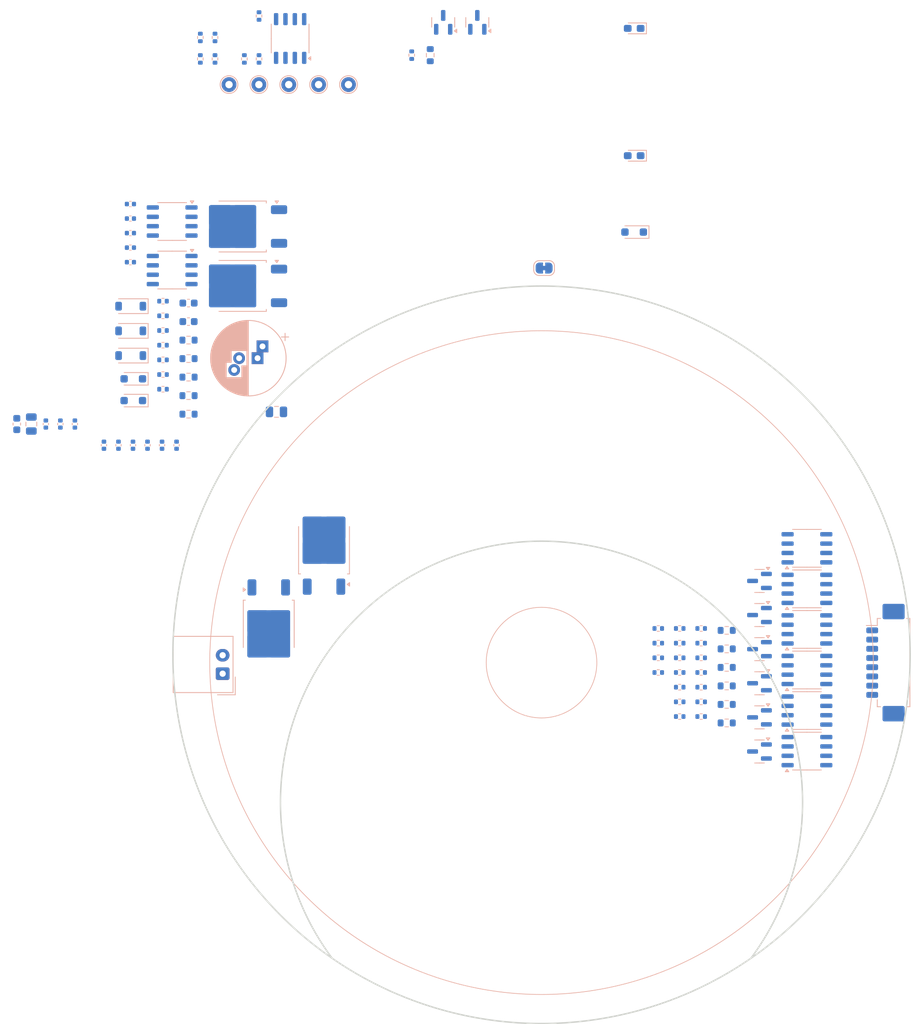
<source format=kicad_pcb>
(kicad_pcb (version 20221018) (generator pcbnew)
  (layers (0 "F.Cu" signal) (31 "B.Cu" signal) (34 "B.Paste" user) (35 "F.Paste" user) (36 "B.SilkS" user "B.Silkscreen") (37 "F.SilkS" user "F.Silkscreen") (38 "B.Mask" user) (39 "F.Mask" user) (44 "Edge.Cuts" user))
  (net 0 "")
  (net 1 "VDD")
  (net 2 "GND")
  (net 3 "+3.3V")
  (net 4 "GNDD")
  (net 5 "Net-(U11-BST)")
  (net 6 "Net-(U11-SW)")
  (net 7 "Net-(U10-VB)")
  (net 8 "Net-(D11-A)")
  (net 9 "+12V")
  (net 10 "Net-(D15-K)")
  (net 11 "+5V")
  (net 12 "VCC")
  (net 13 "/Power/S-S")
  (net 14 "Net-(Q11-G)")
  (net 15 "Net-(U9-Cdelay)")
  (net 16 "Net-(D1-A)")
  (net 17 "Net-(C33-Pad2)")
  (net 18 "Net-(C34-Pad2)")
  (net 19 "Net-(D6-A)")
  (net 20 "/Panel_PWRCtrl")
  (net 21 "/RS485/RS485_Panel0")
  (net 22 "/RS485/RS485_Panel1")
  (net 23 "/RS485/RS485_Panel2")
  (net 24 "/RS485/RS485_Panel3")
  (net 25 "/RS485/RS485_Panel4")
  (net 26 "/RS485/RS485_Panel5")
  (net 27 "+BATT")
  (net 28 "Net-(Q1-B)")
  (net 29 "Net-(Q1-C)")
  (net 30 "Net-(Q2-B)")
  (net 31 "Net-(Q2-C)")
  (net 32 "Net-(Q3-B)")
  (net 33 "Net-(Q3-C)")
  (net 34 "Net-(Q4-B)")
  (net 35 "Net-(Q4-C)")
  (net 36 "Net-(Q5-B)")
  (net 37 "Net-(Q5-C)")
  (net 38 "Net-(Q6-B)")
  (net 39 "Net-(Q6-C)")
  (net 42 "/DCDC_OUTCtrl")
  (net 43 "Net-(Q12-D)")
  (net 44 "Net-(U1-B)")
  (net 45 "Net-(U2-B)")
  (net 46 "Net-(U3-B)")
  (net 47 "/TangPrimerTXx_Panel0RX")
  (net 48 "/TangPrimerTXx_Panel2RX")
  (net 49 "/TangPrimerTXx_Panel4RX")
  (net 50 "Net-(U4-B)")
  (net 51 "Net-(U5-B)")
  (net 52 "Net-(U6-B)")
  (net 53 "/TangPrimerTXx_Panel1RX")
  (net 54 "/TangPrimerTXx_Panel3RX")
  (net 55 "/TangPrimerTXx_Panel5RX")
  (net 56 "/Power/PowerSW")
  (net 57 "Net-(U10-IN)")
  (net 58 "/Power/fb")
  (net 59 "/Power/V_Surv.")
  (net 60 "/TangPrimerRXx_Panel0TX")
  (net 61 "/TangPrimerRXx_Panel2TX")
  (net 62 "/TangPrimerRXx_Panel4TX")
  (net 63 "/TangPrimerRXx_Panel1TX")
  (net 64 "/TangPrimerRXx_Panel3TX")
  (net 65 "/TangPrimerRXx_Panel5TX")
  (net 69 "Net-(R58-Pad2)")
  (net 70 "Net-(R59-Pad2)")
  (net 72 "Net-(Q14-G)")
  (net 73 "Net-(Q13-G)")
  (footprint "Capacitor_SMD:C_0402_1005Metric" (layer "B.Cu") (at -55.76 -58.24 180)
    (fp_text reference "C28" hide)
    (fp_text value "0.1uF")
    (pad "1" smd roundrect (at -0.48 0 180) (size 0.56 0.62) (layers "B.Cu" "B.Paste" "B.Mask") (net 2 "GND"))
    (pad "2" smd roundrect (at 0.48 0 180) (size 0.56 0.62) (layers "B.Cu" "B.Paste" "B.Mask") (net 9 "+12V"))
  )
  (footprint "Resistor_SMD:R_0402_1005Metric" (layer "B.Cu") (at -44.285943 -81.856565 90)
    (fp_text reference "R29" hide)
    (fp_text value "10k")
    (pad "1" smd roundrect (at -0.51 0 90) (size 0.54 0.64) (layers "B.Cu" "B.Paste" "B.Mask") (net 56 "/Power/PowerSW"))
    (pad "2" smd roundrect (at 0.51 0 90) (size 0.54 0.64) (layers "B.Cu" "B.Paste" "B.Mask") (net 2 "GND"))
  )
  (footprint "Resistor_SMD:R_0402_1005Metric" (layer "B.Cu") (at -46.275943 -81.856565 90)
    (fp_text reference "R31" hide)
    (fp_text value "1k")
    (pad "1" smd roundrect (at -0.51 0 90) (size 0.54 0.64) (layers "B.Cu" "B.Paste" "B.Mask") (net 19 "Net-(D6-A)"))
    (pad "2" smd roundrect (at 0.51 0 90) (size 0.54 0.64) (layers "B.Cu" "B.Paste" "B.Mask") (net 11 "+5V"))
  )
  (footprint "Package_TO_SOT_SMD:SOT-23" (layer "B.Cu") (at -8.710943 -86.816566 90)
    (fp_text reference "Q7" hide)
    (fp_text value "2N7002")
    (pad "1" smd roundrect (at -0.9375 0.95 90) (size 1.475 0.6) (layers "B.Cu" "B.Paste" "B.Mask") (net 20 "/Panel_PWRCtrl"))
    (pad "2" smd roundrect (at -0.9375 -0.95 90) (size 1.475 0.6) (layers "B.Cu" "B.Paste" "B.Mask") (net 4 "GNDD"))
    (pad "3" smd roundrect (at 0.9375 0 90) (size 1.475 0.6) (layers "B.Cu" "B.Paste" "B.Mask") (net 42 "/DCDC_OUTCtrl"))
  )
  (footprint "Resistor_SMD:R_0402_1005Metric" (layer "B.Cu") (at -46.275944 -84.766566 90)
    (fp_text reference "R42" hide)
    (fp_text value "10k")
    (pad "1" smd roundrect (at -0.51 0 90) (size 0.54 0.64) (layers "B.Cu" "B.Paste" "B.Mask") (net 13 "/Power/S-S"))
    (pad "2" smd roundrect (at 0.51 0 90) (size 0.54 0.64) (layers "B.Cu" "B.Paste" "B.Mask") (net 2 "GND"))
  )
  (footprint "Capacitor_SMD:C_0402_1005Metric" (layer "B.Cu") (at -55.76 -60.21 180)
    (fp_text reference "C27" hide)
    (fp_text value "0.1uF")
    (pad "1" smd roundrect (at -0.48 0 180) (size 0.56 0.62) (layers "B.Cu" "B.Paste" "B.Mask") (net 7 "Net-(U10-VB)"))
    (pad "2" smd roundrect (at 0.48 0 180) (size 0.56 0.62) (layers "B.Cu" "B.Paste" "B.Mask") (net 8 "Net-(D11-A)"))
  )
  (footprint "Package_TO_SOT_SMD:SOT-23" (layer "B.Cu") (at 29.5625 7.424998 180)
    (fp_text reference "Q5" hide)
    (fp_text value "S8550")
    (pad "1" smd roundrect (at -0.9375 0.95 180) (size 1.475 0.6) (layers "B.Cu" "B.Paste" "B.Mask") (net 36 "Net-(Q5-B)"))
    (pad "2" smd roundrect (at -0.9375 -0.95 180) (size 1.475 0.6) (layers "B.Cu" "B.Paste" "B.Mask") (net 3 "+3.3V"))
    (pad "3" smd roundrect (at 0.9375 0 180) (size 1.475 0.6) (layers "B.Cu" "B.Paste" "B.Mask") (net 37 "Net-(Q5-C)"))
  )
  (footprint "Resistor_SMD:R_0402_1005Metric" (layer "B.Cu") (at 15.832501 -2.64 180)
    (fp_text reference "R22" hide)
    (fp_text value "2.2k")
    (pad "1" smd roundrect (at -0.51 0 180) (size 0.54 0.64) (layers "B.Cu" "B.Paste" "B.Mask") (net 50 "Net-(U4-B)"))
    (pad "2" smd roundrect (at 0.51 0 180) (size 0.54 0.64) (layers "B.Cu" "B.Paste" "B.Mask") (net 4 "GNDD"))
  )
  (footprint "Resistor_SMD:R_0603_1608Metric" (layer "B.Cu") (at -47.88 -43.73 180)
    (fp_text reference "R54" hide)
    (fp_text value "R_snub")
    (pad "1" smd roundrect (at -0.825 0 180) (size 0.8 0.95) (layers "B.Cu" "B.Paste" "B.Mask") (net 17 "Net-(C33-Pad2)"))
    (pad "2" smd roundrect (at 0.825 0 180) (size 0.8 0.95) (layers "B.Cu" "B.Paste" "B.Mask") (net 10 "Net-(D15-K)"))
  )
  (footprint "Capacitor_SMD:C_0402_1005Metric" (layer "B.Cu") (at -55.76 -54.3 180)
    (fp_text reference "C30" hide)
    (fp_text value "1uF")
    (pad "1" smd roundrect (at -0.48 0 180) (size 0.56 0.62) (layers "B.Cu" "B.Paste" "B.Mask") (net 9 "+12V"))
    (pad "2" smd roundrect (at 0.48 0 180) (size 0.56 0.62) (layers "B.Cu" "B.Paste" "B.Mask") (net 2 "GND"))
  )
  (footprint "Resistor_SMD:R_0402_1005Metric" (layer "B.Cu") (at 15.832501 -0.650001 180)
    (fp_text reference "R23" hide)
    (fp_text value "2.2k")
    (pad "1" smd roundrect (at -0.51 0 180) (size 0.54 0.64) (layers "B.Cu" "B.Paste" "B.Mask") (net 51 "Net-(U5-B)"))
    (pad "2" smd roundrect (at 0.51 0 180) (size 0.54 0.64) (layers "B.Cu" "B.Paste" "B.Mask") (net 4 "GNDD"))
  )
  (footprint "Resistor_SMD:R_0402_1005Metric" (layer "B.Cu") (at 21.652501 -4.63 180)
    (fp_text reference "R1" hide)
    (fp_text value "2.2k")
    (pad "1" smd roundrect (at -0.51 0 180) (size 0.54 0.64) (layers "B.Cu" "B.Paste" "B.Mask") (net 3 "+3.3V"))
    (pad "2" smd roundrect (at 0.51 0 180) (size 0.54 0.64) (layers "B.Cu" "B.Paste" "B.Mask") (net 44 "Net-(U1-B)"))
  )
  (footprint "Diode_SMD:D_SOD-123" (layer "B.Cu") (at -55.715 -41.63 180)
    (fp_text reference "D14" hide)
    (fp_text value "SS2040FL")
    (pad "1" smd roundrect (at -1.65 0 180) (size 0.9 1.2) (layers "B.Cu" "B.Paste" "B.Mask") (net 12 "VCC"))
    (pad "2" smd roundrect (at 1.65 0 180) (size 0.9 1.2) (layers "B.Cu" "B.Paste" "B.Mask") (net 1 "VDD"))
  )
  (footprint "Capacitor_SMD:C_0603_1608Metric" (layer "B.Cu") (at -71.17 -32.349999 90)
    (fp_text reference "C25" hide)
    (fp_text value "4700pF")
    (pad "1" smd roundrect (at -0.775 0 90) (size 0.9 0.95) (layers "B.Cu" "B.Paste" "B.Mask") (net 2 "GND"))
    (pad "2" smd roundrect (at 0.775 0 90) (size 0.9 0.95) (layers "B.Cu" "B.Paste" "B.Mask") (net 15 "Net-(U9-Cdelay)"))
  )
  (footprint "TestPoint:TestPoint_THTPad_D2.0mm_Drill1.0mm" (layer "B.Cu") (at -42.385944 -78.376565 90)
    (fp_text reference "TP5" hide)
    (fp_text value "TestPoint")
    (pad "1" thru_hole circle (at 0 0 90) (size 2 2) (drill 1) (layers "*.Cu" "*.Mask") (net 2 "GND"))
  )
  (footprint "Resistor_SMD:R_0402_1005Metric" (layer "B.Cu") (at 15.832501 -4.629999 180)
    (fp_text reference "R21" hide)
    (fp_text value "20k")
    (pad "1" smd roundrect (at -0.51 0 180) (size 0.54 0.64) (layers "B.Cu" "B.Paste" "B.Mask") (net 39 "Net-(Q6-C)"))
    (pad "2" smd roundrect (at 0.51 0 180) (size 0.54 0.64) (layers "B.Cu" "B.Paste" "B.Mask") (net 4 "GNDD"))
  )
  (footprint "Capacitor_THT:CP_Radial_D10.0mm_P2.50mm_P5.00mm" (layer "B.Cu") (at -38.514646 -41.28 180)
    (fp_text reference "C32" hide)
    (fp_text value "330uF")
    (pad "1" thru_hole rect (at -0.670937 1.6 180) (size 1.6 1.6) (drill 0.8) (layers "*.Cu" "*.Mask") (net 10 "Net-(D15-K)"))
    (pad "1" thru_hole rect (at 0 0 180) (size 1.6 1.6) (drill 0.8) (layers "*.Cu" "*.Mask") (net 10 "Net-(D15-K)"))
    (pad "2" thru_hole circle (at 2.5 0 180) (size 1.6 1.6) (drill 0.8) (layers "*.Cu" "*.Mask") (net 2 "GND"))
    (pad "2" thru_hole circle (at 3.170937 -1.6 180) (size 1.6 1.6) (drill 0.8) (layers "*.Cu" "*.Mask") (net 2 "GND"))
  )
  (footprint "Resistor_SMD:R_0603_1608Metric" (layer "B.Cu") (at 25.112501 8.179999 180)
    (fp_text reference "R18" hide)
    (fp_text value "7.5k")
    (pad "1" smd roundrect (at -0.825 0 180) (size 0.8 0.95) (layers "B.Cu" "B.Paste" "B.Mask") (net 38 "Net-(Q6-B)"))
    (pad "2" smd roundrect (at 0.825 0 180) (size 0.8 0.95) (layers "B.Cu" "B.Paste" "B.Mask") (net 55 "/TangPrimerTXx_Panel5RX"))
  )
  (footprint "Resistor_SMD:R_0603_1608Metric" (layer "B.Cu") (at -15.095944 -82.366567 90)
    (fp_text reference "R43" hide)
    (fp_text value "R_snub")
    (pad "1" smd roundrect (at -0.825 0 90) (size 0.8 0.95) (layers "B.Cu" "B.Paste" "B.Mask") (net 18 "Net-(C34-Pad2)"))
    (pad "2" smd roundrect (at 0.825 0 90) (size 0.8 0.95) (layers "B.Cu" "B.Paste" "B.Mask") (net 1 "VDD"))
  )
  (footprint "Package_TO_SOT_SMD:SOT-23" (layer "B.Cu") (at 29.5625 -11.075001 180)
    (fp_text reference "Q1" hide)
    (fp_text value "S8550")
    (pad "1" smd roundrect (at -0.9375 0.95 180) (size 1.475 0.6) (layers "B.Cu" "B.Paste" "B.Mask") (net 28 "Net-(Q1-B)"))
    (pad "2" smd roundrect (at -0.9375 -0.95 180) (size 1.475 0.6) (layers "B.Cu" "B.Paste" "B.Mask") (net 3 "+3.3V"))
    (pad "3" smd roundrect (at 0.9375 0 180) (size 1.475 0.6) (layers "B.Cu" "B.Paste" "B.Mask") (net 29 "Net-(Q1-C)"))
  )
  (footprint "Package_TO_SOT_SMD:TO-252-2" (layer "B.Cu") (at -40.64 -59.135 180)
    (fp_text reference "Q15" hide)
    (fp_text value "MTP4835I3")
    (pad "1" smd roundrect (at -5.04 2.28 180) (size 2.2 1.2) (layers "B.Cu" "B.Paste" "B.Mask") (roundrect_rratio 0.208333) (net 42 "/DCDC_OUTCtrl"))
    (pad "2" smd roundrect (at -0.415 -1.525 180) (size 3.05 2.75) (layers "B.Cu" "B.Paste") (roundrect_rratio 0.090909) (net 11 "+5V"))
    (pad "2" smd roundrect (at -0.415 1.525 180) (size 3.05 2.75) (layers "B.Cu" "B.Paste") (roundrect_rratio 0.090909) (net 11 "+5V"))
    (pad "2" smd roundrect (at 1.26 0 180) (size 6.4 5.8) (layers "B.Cu" "B.Mask") (roundrect_rratio 0.043103) (net 11 "+5V"))
    (pad "2" smd roundrect (at 2.935 -1.525 180) (size 3.05 2.75) (layers "B.Cu" "B.Paste") (roundrect_rratio 0.090909) (net 11 "+5V"))
    (pad "2" smd roundrect (at 2.935 1.525 180) (size 3.05 2.75) (layers "B.Cu" "B.Paste") (roundrect_rratio 0.090909) (net 11 "+5V"))
    (pad "3" smd roundrect (at -5.04 -2.28 180) (size 2.2 1.2) (layers "B.Cu" "B.Paste" "B.Mask") (roundrect_rratio 0.208333) (net 10 "Net-(D15-K)"))
  )
  (footprint "Package_SO:SOP-8_3.9x4.9mm_P1.27mm" (layer "B.Cu") (at 36 6.5)
    (fp_text reference "U5" hide)
    (fp_text value "MAX3485")
    (pad "1" smd roundrect (at -2.625 1.905) (size 1.65 0.6) (layers "B.Cu" "B.Paste" "B.Mask") (net 64 "/TangPrimerRXx_Panel3TX"))
    (pad "2" smd roundrect (at -2.625 0.635) (size 1.65 0.6) (layers "B.Cu" "B.Paste" "B.Mask") (net 37 "Net-(Q5-C)"))
    (pad "3" smd roundrect (at -2.625 -0.635) (size 1.65 0.6) (layers "B.Cu" "B.Paste" "B.Mask") (net 37 "Net-(Q5-C)"))
    (pad "4" smd roundrect (at -2.625 -1.905) (size 1.65 0.6) (layers "B.Cu" "B.Paste" "B.Mask") (net 54 "/TangPrimerTXx_Panel3RX"))
    (pad "5" smd roundrect (at 2.625 -1.905) (size 1.65 0.6) (layers "B.Cu" "B.Paste" "B.Mask") (net 4 "GNDD"))
    (pad "6" smd roundrect (at 2.625 -0.635) (size 1.65 0.6) (layers "B.Cu" "B.Paste" "B.Mask") (net 24 "/RS485/RS485_Panel3"))
    (pad "7" smd roundrect (at 2.625 0.635) (size 1.65 0.6) (layers "B.Cu" "B.Paste" "B.Mask") (net 51 "Net-(U5-B)"))
    (pad "8" smd roundrect (at 2.625 1.905) (size 1.65 0.6) (layers "B.Cu" "B.Paste" "B.Mask") (net 3 "+3.3V"))
  )
  (footprint "Connector_Molex:Molex_SPOX_5268-02A_1x02_P2.50mm_Horizontal" (layer "B.Cu") (at -43.25 1.5 90)
    (fp_text reference "J2" hide)
    (fp_text value "Conn_01x02_Male")
    (pad "1" thru_hole roundrect (at 0 0 90) (size 1.7 1.85) (drill 0.85) (layers "*.Cu" "*.Mask") (roundrect_rratio 0.147059) (net 2 "GND"))
    (pad "2" thru_hole oval (at 2.5 0 90) (size 1.7 1.85) (drill 0.85) (layers "*.Cu" "*.Mask") (net 27 "+BATT"))
  )
  (footprint "Resistor_SMD:R_0402_1005Metric" (layer "B.Cu") (at 15.832501 1.34 180)
    (fp_text reference "R24" hide)
    (fp_text value "2.2k")
    (pad "1" smd roundrect (at -0.51 0 180) (size 0.54 0.64) (layers "B.Cu" "B.Paste" "B.Mask") (net 52 "Net-(U6-B)"))
    (pad "2" smd roundrect (at 0.51 0 180) (size 0.54 0.64) (layers "B.Cu" "B.Paste" "B.Mask") (net 4 "GNDD"))
  )
  (footprint "Resistor_SMD:R_0402_1005Metric" (layer "B.Cu") (at -51.34 -37.07 180)
    (fp_text reference "R59" hide)
    (fp_text value "10k")
    (pad "1" smd roundrect (at -0.51 0 180) (size 0.54 0.64) (layers "B.Cu" "B.Paste" "B.Mask") (net 69 "Net-(R58-Pad2)"))
    (pad "2" smd roundrect (at 0.51 0 180) (size 0.54 0.64) (layers "B.Cu" "B.Paste" "B.Mask") (net 70 "Net-(R59-Pad2)"))
  )
  (footprint "LED_SMD:LED_0603_1608Metric_Pad1.05x0.95mm_HandSolder" (layer "B.Cu") (at 12.564056 -68.735567 180)
    (fp_text reference "D6" hide)
    (fp_text value "Green")
    (pad "1" smd roundrect (at -0.875 0 180) (size 1.05 0.95) (layers "B.Cu" "B.Paste" "B.Mask") (net 2 "GND"))
    (pad "2" smd roundrect (at 0.875 0 180) (size 1.05 0.95) (layers "B.Cu" "B.Paste" "B.Mask") (net 19 "Net-(D6-A)"))
  )
  (footprint "Resistor_SMD:R_0402_1005Metric" (layer "B.Cu") (at 18.742501 1.34 180)
    (fp_text reference "R14" hide)
    (fp_text value "2.2k")
    (pad "1" smd roundrect (at -0.51 0 180) (size 0.54 0.64) (layers "B.Cu" "B.Paste" "B.Mask") (net 3 "+3.3V"))
    (pad "2" smd roundrect (at 0.51 0 180) (size 0.54 0.64) (layers "B.Cu" "B.Paste" "B.Mask") (net 51 "Net-(U5-B)"))
  )
  (footprint "Package_TO_SOT_SMD:TO-252-2" (layer "B.Cu") (at -36.9975 -5.16 -90)
    (fp_text reference "Q10" hide)
    (fp_text value "MTP4835I3")
    (pad "1" smd roundrect (at -5.04 2.28 270) (size 2.2 1.2) (layers "B.Cu" "B.Paste" "B.Mask") (roundrect_rratio 0.208333) (net 2 "GND"))
    (pad "2" smd roundrect (at -0.415 -1.525 270) (size 3.05 2.75) (layers "B.Cu" "B.Paste") (roundrect_rratio 0.090909) (net 27 "+BATT"))
    (pad "2" smd roundrect (at -0.415 1.525 270) (size 3.05 2.75) (layers "B.Cu" "B.Paste") (roundrect_rratio 0.090909) (net 27 "+BATT"))
    (pad "2" smd roundrect (at 1.26 0 270) (size 6.4 5.8) (layers "B.Cu" "B.Mask") (roundrect_rratio 0.043103) (net 27 "+BATT"))
    (pad "2" smd roundrect (at 2.935 -1.525 270) (size 3.05 2.75) (layers "B.Cu" "B.Paste") (roundrect_rratio 0.090909) (net 27 "+BATT"))
    (pad "2" smd roundrect (at 2.935 1.525 270) (size 3.05 2.75) (layers "B.Cu" "B.Paste") (roundrect_rratio 0.090909) (net 27 "+BATT"))
    (pad "3" smd roundrect (at -5.04 -2.28 270) (size 2.2 1.2) (layers "B.Cu" "B.Paste" "B.Mask") (roundrect_rratio 0.208333) (net 13 "/Power/S-S"))
  )
  (footprint "Resistor_SMD:R_0402_1005Metric" (layer "B.Cu") (at -51.34 -45.03 180)
    (fp_text reference "R51" hide)
    (fp_text value "1k")
    (pad "1" smd roundrect (at -0.51 0 180) (size 0.54 0.64) (layers "B.Cu" "B.Paste" "B.Mask") (net 1 "VDD"))
    (pad "2" smd roundrect (at 0.51 0 180) (size 0.54 0.64) (layers "B.Cu" "B.Paste" "B.Mask") (net 2 "GND"))
  )
  (footprint "Capacitor_SMD:C_0402_1005Metric" (layer "B.Cu") (at -65.260001 -32.349999 90)
    (fp_text reference "C22" hide)
    (fp_text value "0.1uF")
    (pad "1" smd roundrect (at -0.48 0 90) (size 0.56 0.62) (layers "B.Cu" "B.Paste" "B.Mask") (net 2 "GND"))
    (pad "2" smd roundrect (at 0.48 0 90) (size 0.56 0.62) (layers "B.Cu" "B.Paste" "B.Mask") (net 1 "VDD"))
  )
  (footprint "TestPoint:TestPoint_THTPad_D2.0mm_Drill1.0mm" (layer "B.Cu") (at -30.235944 -78.376565 90)
    (fp_text reference "TP2" hide)
    (fp_text value "TestPoint")
    (pad "1" thru_hole circle (at 0 0 90) (size 2 2) (drill 1) (layers "*.Cu" "*.Mask") (net 11 "+5V"))
  )
  (footprint "TestPoint:TestPoint_THTPad_D2.0mm_Drill1.0mm" (layer "B.Cu") (at -34.285944 -78.376565 90)
    (fp_text reference "TP3" hide)
    (fp_text value "TestPoint")
    (pad "1" thru_hole circle (at 0 0 90) (size 2 2) (drill 1) (layers "*.Cu" "*.Mask") (net 12 "VCC"))
  )
  (footprint "Package_TO_SOT_SMD:SOT-23" (layer "B.Cu") (at -13.335943 -86.816566 90)
    (fp_text reference "Q12" hide)
    (fp_text value "2N7002")
    (pad "1" smd roundrect (at -0.9375 0.95 90) (size 1.475 0.6) (layers "B.Cu" "B.Paste" "B.Mask") (net 56 "/Power/PowerSW"))
    (pad "2" smd roundrect (at -0.9375 -0.95 90) (size 1.475 0.6) (layers "B.Cu" "B.Paste" "B.Mask") (net 2 "GND"))
    (pad "3" smd roundrect (at 0.9375 0 90) (size 1.475 0.6) (layers "B.Cu" "B.Paste" "B.Mask") (net 43 "Net-(Q12-D)"))
  )
  (footprint "Resistor_SMD:R_0402_1005Metric" (layer "B.Cu") (at -51.34 -39.06 180)
    (fp_text reference "R55" hide)
    (fp_text value "5.1k")
    (pad "1" smd roundrect (at -0.51 0 180) (size 0.54 0.64) (layers "B.Cu" "B.Paste" "B.Mask") (net 10 "Net-(D15-K)"))
    (pad "2" smd roundrect (at 0.51 0 180) (size 0.54 0.64) (layers "B.Cu" "B.Paste" "B.Mask") (net 42 "/DCDC_OUTCtrl"))
  )
  (footprint "Connector_Molex:Molex_PicoBlade_53261-0871_1x08-1MP_P1.25mm_Horizontal" (layer "B.Cu") (at 47.25 0 -90)
    (fp_text reference "J1" hide)
    (fp_text value "Conn_01x08_MountingPin")
    (pad "1" smd roundrect (at -4.375 2.4 270) (size 0.8 1.6) (layers "B.Cu" "B.Paste" "B.Mask") (net 4 "GNDD"))
    (pad "2" smd roundrect (at -3.125 2.4 270) (size 0.8 1.6) (layers "B.Cu" "B.Paste" "B.Mask") (net 21 "/RS485/RS485_Panel0"))
    (pad "3" smd roundrect (at -1.875 2.4 270) (size 0.8 1.6) (layers "B.Cu" "B.Paste" "B.Mask") (net 22 "/RS485/RS485_Panel1"))
    (pad "4" smd roundrect (at -0.625 2.4 270) (size 0.8 1.6) (layers "B.Cu" "B.Paste" "B.Mask") (net 23 "/RS485/RS485_Panel2"))
    (pad "5" smd roundrect (at 0.625 2.4 270) (size 0.8 1.6) (layers "B.Cu" "B.Paste" "B.Mask") (net 24 "/RS485/RS485_Panel3"))
    (pad "6" smd roundrect (at 1.875 2.4 270) (size 0.8 1.6) (layers "B.Cu" "B.Paste" "B.Mask") (net 25 "/RS485/RS485_Panel4"))
    (pad "7" smd roundrect (at 3.125 2.4 270) (size 0.8 1.6) (layers "B.Cu" "B.Paste" "B.Mask") (net 26 "/RS485/RS485_Panel5"))
    (pad "8" smd roundrect (at 4.375 2.4 270) (size 0.8 1.6) (layers "B.Cu" "B.Paste" "B.Mask") (net 20 "/Panel_PWRCtrl"))
    (pad "MP" smd roundrect (at -6.925 -0.5 270) (size 2.1 3) (layers "B.Cu" "B.Paste" "B.Mask") (roundrect_rratio 0.119048) (net 4 "GNDD"))
    (pad "MP" smd roundrect (at 6.925 -0.5 270) (size 2.1 3) (layers "B.Cu" "B.Paste" "B.Mask") (roundrect_rratio 0.119048) (net 4 "GNDD"))
  )
  (footprint "Resistor_SMD:R_0402_1005Metric" (layer "B.Cu") (at 18.742501 3.329999 180)
    (fp_text reference "R15" hide)
    (fp_text value "2.2k")
    (pad "1" smd roundrect (at -0.51 0 180) (size 0.54 0.64) (layers "B.Cu" "B.Paste" "B.Mask") (net 3 "+3.3V"))
    (pad "2" smd roundrect (at 0.51 0 180) (size 0.54 0.64) (layers "B.Cu" "B.Paste" "B.Mask") (net 52 "Net-(U6-B)"))
  )
  (footprint "Diode_SMD:D_SOD-323_HandSoldering" (layer "B.Cu") (at -55.365 -38.48 180)
    (fp_text reference "D13" hide)
    (fp_text value "1N5819WS")
    (pad "1" smd roundrect (at -1.25 0 180) (size 1 1) (layers "B.Cu" "B.Paste" "B.Mask") (net 12 "VCC"))
    (pad "2" smd roundrect (at 1.25 0 180) (size 1 1) (layers "B.Cu" "B.Paste" "B.Mask") (net 9 "+12V"))
  )
  (footprint "Resistor_SMD:R_0603_1608Metric" (layer "B.Cu") (at 25.112501 5.669999 180)
    (fp_text reference "R17" hide)
    (fp_text value "7.5k")
    (pad "1" smd roundrect (at -0.825 0 180) (size 0.8 0.95) (layers "B.Cu" "B.Paste" "B.Mask") (net 36 "Net-(Q5-B)"))
    (pad "2" smd roundrect (at 0.825 0 180) (size 0.8 0.95) (layers "B.Cu" "B.Paste" "B.Mask") (net 54 "/TangPrimerTXx_Panel3RX"))
  )
  (footprint "Capacitor_SMD:C_0402_1005Metric" (layer "B.Cu") (at -67.23 -32.349999 90)
    (fp_text reference "C23" hide)
    (fp_text value "0.1uF")
    (pad "1" smd roundrect (at -0.48 0 90) (size 0.56 0.62) (layers "B.Cu" "B.Paste" "B.Mask") (net 2 "GND"))
    (pad "2" smd roundrect (at 0.48 0 90) (size 0.56 0.62) (layers "B.Cu" "B.Paste" "B.Mask") (net 1 "VDD"))
  )
  (footprint "Package_SO:SOP-8_3.9x4.9mm_P1.27mm" (layer "B.Cu") (at 36 12)
    (fp_text reference "U6" hide)
    (fp_text value "MAX3485")
    (pad "1" smd roundrect (at -2.625 1.905) (size 1.65 0.6) (layers "B.Cu" "B.Paste" "B.Mask") (net 65 "/TangPrimerRXx_Panel5TX"))
    (pad "2" smd roundrect (at -2.625 0.635) (size 1.65 0.6) (layers "B.Cu" "B.Paste" "B.Mask") (net 39 "Net-(Q6-C)"))
    (pad "3" smd roundrect (at -2.625 -0.635) (size 1.65 0.6) (layers "B.Cu" "B.Paste" "B.Mask") (net 39 "Net-(Q6-C)"))
    (pad "4" smd roundrect (at -2.625 -1.905) (size 1.65 0.6) (layers "B.Cu" "B.Paste" "B.Mask") (net 55 "/TangPrimerTXx_Panel5RX"))
    (pad "5" smd roundrect (at 2.625 -1.905) (size 1.65 0.6) (layers "B.Cu" "B.Paste" "B.Mask") (net 4 "GNDD"))
    (pad "6" smd roundrect (at 2.625 -0.635) (size 1.65 0.6) (layers "B.Cu" "B.Paste" "B.Mask") (net 26 "/RS485/RS485_Panel5"))
    (pad "7" smd roundrect (at 2.625 0.635) (size 1.65 0.6) (layers "B.Cu" "B.Paste" "B.Mask") (net 52 "Net-(U6-B)"))
    (pad "8" smd roundrect (at 2.625 1.905) (size 1.65 0.6) (layers "B.Cu" "B.Paste" "B.Mask") (net 3 "+3.3V"))
  )
  (footprint "Capacitor_SMD:C_0402_1005Metric" (layer "B.Cu") (at -57.380001 -29.479999 90)
    (fp_text reference "C5" hide)
    (fp_text value "0.1uF")
    (pad "1" smd roundrect (at -0.48 0 90) (size 0.56 0.62) (layers "B.Cu" "B.Paste" "B.Mask") (net 3 "+3.3V"))
    (pad "2" smd roundrect (at 0.48 0 90) (size 0.56 0.62) (layers "B.Cu" "B.Paste" "B.Mask") (net 4 "GNDD"))
  )
  (footprint "Capacitor_SMD:C_0402_1005Metric" (layer "B.Cu") (at -63.29 -32.35 90)
    (fp_text reference "C21" hide)
    (fp_text value "1uF")
    (pad "1" smd roundrect (at -0.48 0 90) (size 0.56 0.62) (layers "B.Cu" "B.Paste" "B.Mask") (net 13 "/Power/S-S"))
    (pad "2" smd roundrect (at 0.48 0 90) (size 0.56 0.62) (layers "B.Cu" "B.Paste" "B.Mask") (net 14 "Net-(Q11-G)"))
  )
  (footprint "TestPoint:TestPoint_THTPad_D2.0mm_Drill1.0mm" (layer "B.Cu") (at -26.185944 -78.376565 90)
    (fp_text reference "TP1" hide)
    (fp_text value "TestPoint")
    (pad "1" thru_hole circle (at 0 0 90) (size 2 2) (drill 1) (layers "*.Cu" "*.Mask") (net 1 "VDD"))
  )
  (footprint "Resistor_SMD:R_0402_1005Metric" (layer "B.Cu") (at 21.652501 7.31 180)
    (fp_text reference "R10" hide)
    (fp_text value "2.2k")
    (pad "1" smd roundrect (at -0.51 0 180) (size 0.54 0.64) (layers "B.Cu" "B.Paste" "B.Mask") (net 44 "Net-(U1-B)"))
    (pad "2" smd roundrect (at 0.51 0 180) (size 0.54 0.64) (layers "B.Cu" "B.Paste" "B.Mask") (net 4 "GNDD"))
  )
  (footprint "Resistor_SMD:R_0402_1005Metric" (layer "B.Cu") (at -38.315943 -87.676565 90)
    (fp_text reference "R44" hide)
    (fp_text value "10k")
    (pad "1" smd roundrect (at -0.51 0 90) (size 0.54 0.64) (layers "B.Cu" "B.Paste" "B.Mask") (net 14 "Net-(Q11-G)"))
    (pad "2" smd roundrect (at 0.51 0 90) (size 0.54 0.64) (layers "B.Cu" "B.Paste" "B.Mask") (net 43 "Net-(Q12-D)"))
  )
  (footprint "Package_SO:SOP-8_3.9x4.9mm_P1.27mm" (layer "B.Cu") (at 35.999998 1)
    (fp_text reference "U4" hide)
    (fp_text value "MAX3485")
    (pad "1" smd roundrect (at -2.625 1.905) (size 1.65 0.6) (layers "B.Cu" "B.Paste" "B.Mask") (net 63 "/TangPrimerRXx_Panel1TX"))
    (pad "2" smd roundrect (at -2.625 0.635) (size 1.65 0.6) (layers "B.Cu" "B.Paste" "B.Mask") (net 35 "Net-(Q4-C)"))
    (pad "3" smd roundrect (at -2.625 -0.635) (size 1.65 0.6) (layers "B.Cu" "B.Paste" "B.Mask") (net 35 "Net-(Q4-C)"))
    (pad "4" smd roundrect (at -2.625 -1.905) (size 1.65 0.6) (layers "B.Cu" "B.Paste" "B.Mask") (net 53 "/TangPrimerTXx_Panel1RX"))
    (pad "5" smd roundrect (at 2.625 -1.905) (size 1.65 0.6) (layers "B.Cu" "B.Paste" "B.Mask") (net 4 "GNDD"))
    (pad "6" smd roundrect (at 2.625 -0.635) (size 1.65 0.6) (layers "B.Cu" "B.Paste" "B.Mask") (net 22 "/RS485/RS485_Panel1"))
    (pad "7" smd roundrect (at 2.625 0.635) (size 1.65 0.6) (layers "B.Cu" "B.Paste" "B.Mask") (net 50 "Net-(U4-B)"))
    (pad "8" smd roundrect (at 2.625 1.905) (size 1.65 0.6) (layers "B.Cu" "B.Paste" "B.Mask") (net 3 "+3.3V"))
  )
  (footprint "Resistor_SMD:R_0402_1005Metric" (layer "B.Cu") (at 21.652501 3.33 180)
    (fp_text reference "R8" hide)
    (fp_text value "20k")
    (pad "1" smd roundrect (at -0.51 0 180) (size 0.54 0.64) (layers "B.Cu" "B.Paste" "B.Mask") (net 31 "Net-(Q2-C)"))
    (pad "2" smd roundrect (at 0.51 0 180) (size 0.54 0.64) (layers "B.Cu" "B.Paste" "B.Mask") (net 4 "GNDD"))
  )
  (footprint "Resistor_SMD:R_0402_1005Metric" (layer "B.Cu") (at -51.34 -47.02 180)
    (fp_text reference "R50" hide)
    (fp_text value "10k")
    (pad "1" smd roundrect (at -0.51 0 180) (size 0.54 0.64) (layers "B.Cu" "B.Paste" "B.Mask") (net 2 "GND"))
    (pad "2" smd roundrect (at 0.51 0 180) (size 0.54 0.64) (layers "B.Cu" "B.Paste" "B.Mask") (net 57 "Net-(U10-IN)"))
  )
  (footprint "Resistor_SMD:R_0603_1608Metric" (layer "B.Cu") (at -47.88 -38.71 180)
    (fp_text reference "R57" hide)
    (fp_text value "7.5k")
    (pad "1" smd roundrect (at -0.825 0 180) (size 0.8 0.95) (layers "B.Cu" "B.Paste" "B.Mask") (net 59 "/Power/V_Surv."))
    (pad "2" smd roundrect (at 0.825 0 180) (size 0.8 0.95) (layers "B.Cu" "B.Paste" "B.Mask") (net 10 "Net-(D15-K)"))
  )
  (footprint "Package_TO_SOT_SMD:SOT-23" (layer "B.Cu") (at 29.562501 -1.824999 180)
    (fp_text reference "Q3" hide)
    (fp_text value "S8550")
    (pad "1" smd roundrect (at -0.9375 0.95 180) (size 1.475 0.6) (layers "B.Cu" "B.Paste" "B.Mask") (net 32 "Net-(Q3-B)"))
    (pad "2" smd roundrect (at -0.9375 -0.95 180) (size 1.475 0.6) (layers "B.Cu" "B.Paste" "B.Mask") (net 3 "+3.3V"))
    (pad "3" smd roundrect (at 0.9375 0 180) (size 1.475 0.6) (layers "B.Cu" "B.Paste" "B.Mask") (net 33 "Net-(Q3-C)"))
  )
  (footprint "Resistor_SMD:R_0402_1005Metric" (layer "B.Cu") (at 21.652501 1.339999 180)
    (fp_text reference "R7" hide)
    (fp_text value "20k")
    (pad "1" smd roundrect (at -0.51 0 180) (size 0.54 0.64) (layers "B.Cu" "B.Paste" "B.Mask") (net 29 "Net-(Q1-C)"))
    (pad "2" smd roundrect (at 0.51 0 180) (size 0.54 0.64) (layers "B.Cu" "B.Paste" "B.Mask") (net 4 "GNDD"))
  )
  (footprint "Diode_SMD:D_SOD-323_HandSoldering" (layer "B.Cu") (at -55.365 -35.53 180)
    (fp_text reference "D15" hide)
    (fp_text value "1N5819WS")
    (pad "1" smd roundrect (at -1.25 0 180) (size 1 1) (layers "B.Cu" "B.Paste" "B.Mask") (net 10 "Net-(D15-K)"))
    (pad "2" smd roundrect (at 1.25 0 180) (size 1 1) (layers "B.Cu" "B.Paste" "B.Mask") (net 11 "+5V"))
  )
  (footprint "Package_TO_SOT_SMD:SOT-23" (layer "B.Cu") (at 29.5625 -6.450001 180)
    (fp_text reference "Q2" hide)
    (fp_text value "S8550")
    (pad "1" smd roundrect (at -0.9375 0.95 180) (size 1.475 0.6) (layers "B.Cu" "B.Paste" "B.Mask") (net 30 "Net-(Q2-B)"))
    (pad "2" smd roundrect (at -0.9375 -0.95 180) (size 1.475 0.6) (layers "B.Cu" "B.Paste" "B.Mask") (net 3 "+3.3V"))
    (pad "3" smd roundrect (at 0.9375 0 180) (size 1.475 0.6) (layers "B.Cu" "B.Paste" "B.Mask") (net 31 "Net-(Q2-C)"))
  )
  (footprint "Resistor_SMD:R_0402_1005Metric" (layer "B.Cu") (at 21.652501 -2.640001 180)
    (fp_text reference "R2" hide)
    (fp_text value "2.2k")
    (pad "1" smd roundrect (at -0.51 0 180) (size 0.54 0.64) (layers "B.Cu" "B.Paste" "B.Mask") (net 3 "+3.3V"))
    (pad "2" smd roundrect (at 0.51 0 180) (size 0.54 0.64) (layers "B.Cu" "B.Paste" "B.Mask") (net 45 "Net-(U2-B)"))
  )
  (footprint "TestPoint:TestPoint_THTPad_D2.0mm_Drill1.0mm" (layer "B.Cu") (at -38.335944 -78.376565 90)
    (fp_text reference "TP4" hide)
    (fp_text value "TestPoint")
    (pad "1" thru_hole circle (at 0 0 90) (size 2 2) (drill 1) (layers "*.Cu" "*.Mask") (net 3 "+3.3V"))
  )
  (footprint "Diode_SMD:D_SOD-323_HandSoldering" (layer "B.Cu") (at 12.564056 -58.376567 180)
    (fp_text reference "D9" hide)
    (fp_text value "1N5819WS")
    (pad "1" smd roundrect (at -1.25 0 180) (size 1 1) (layers "B.Cu" "B.Paste" "B.Mask") (net 1 "VDD"))
    (pad "2" smd roundrect (at 1.25 0 180) (size 1 1) (layers "B.Cu" "B.Paste" "B.Mask") (net 2 "GND"))
  )
  (footprint "Capacitor_SMD:C_0805_2012Metric" (layer "B.Cu") (at -69.2 -32.35 90)
    (fp_text reference "C24" hide)
    (fp_text value "10uF")
    (pad "1" smd roundrect (at -0.95 0 90) (size 1 1.45) (layers "B.Cu" "B.Paste" "B.Mask") (net 1 "VDD"))
    (pad "2" smd roundrect (at 0.95 0 90) (size 1 1.45) (layers "B.Cu" "B.Paste" "B.Mask") (net 2 "GND"))
  )
  (footprint "Diode_SMD:D_SOD-123" (layer "B.Cu") (at -55.715 -48.33 180)
    (fp_text reference "D11" hide)
    (fp_text value "SS2040FL")
    (pad "1" smd roundrect (at -1.65 0 180) (size 0.9 1.2) (layers "B.Cu" "B.Paste" "B.Mask") (net 1 "VDD"))
    (pad "2" smd roundrect (at 1.65 0 180) (size 0.9 1.2) (layers "B.Cu" "B.Paste" "B.Mask") (net 8 "Net-(D11-A)"))
  )
  (footprint "Resistor_SMD:R_0402_1005Metric" (layer "B.Cu") (at 18.742501 5.32 180)
    (fp_text reference "R19" hide)
    (fp_text value "20k")
    (pad "1" smd roundrect (at -0.51 0 180) (size 0.54 0.64) (layers "B.Cu" "B.Paste" "B.Mask") (net 35 "Net-(Q4-C)"))
    (pad "2" smd roundrect (at 0.51 0 180) (size 0.54 0.64) (layers "B.Cu" "B.Paste" "B.Mask") (net 4 "GNDD"))
  )
  (footprint "Capacitor_SMD:C_0603_1608Metric" (layer "B.Cu") (at -47.88 -46.24 180)
    (fp_text reference "C34" hide)
    (fp_text value "C_snub")
    (pad "1" smd roundrect (at -0.775 0 180) (size 0.9 0.95) (layers "B.Cu" "B.Paste" "B.Mask") (net 2 "GND"))
    (pad "2" smd roundrect (at 0.775 0 180) (size 0.9 0.95) (layers "B.Cu" "B.Paste" "B.Mask") (net 18 "Net-(C34-Pad2)"))
  )
  (footprint "Package_SO:SOP-8_3.9x4.9mm_P1.27mm" (layer "B.Cu") (at -50.1 -53.23 180)
    (fp_text reference "U11" hide)
    (fp_text value "RT8250")
    (pad "1" smd roundrect (at -2.625 1.905 180) (size 1.65 0.6) (layers "B.Cu" "B.Paste" "B.Mask") (net 5 "Net-(U11-BST)"))
    (pad "2" smd roundrect (at -2.625 0.635 180) (size 1.65 0.6) (layers "B.Cu" "B.Paste" "B.Mask") (net 9 "+12V"))
    (pad "3" smd roundrect (at -2.625 -0.635 180) (size 1.65 0.6) (layers "B.Cu" "B.Paste" "B.Mask") (net 6 "Net-(U11-SW)"))
    (pad "4" smd roundrect (at -2.625 -1.905 180) (size 1.65 0.6) (layers "B.Cu" "B.Paste" "B.Mask") (net 2 "GND"))
    (pad "5" smd roundrect (at 2.625 -1.905 180) (size 1.65 0.6) (layers "B.Cu" "B.Paste" "B.Mask") (net 58 "/Power/fb"))
    (pad "6" smd roundrect (at 2.625 -0.635 180) (size 1.65 0.6) (layers "B.Cu" "B.Paste" "B.Mask"))
    (pad "7" smd roundrect (at 2.625 0.635 180) (size 1.65 0.6) (layers "B.Cu" "B.Paste" "B.Mask"))
    (pad "8" smd roundrect (at 2.625 1.905 180) (size 1.65 0.6) (layers "B.Cu" "B.Paste" "B.Mask"))
  )
  (footprint "Capacitor_SMD:C_0402_1005Metric" (layer "B.Cu") (at -53.440001 -29.479999 90)
    (fp_text reference "C3" hide)
    (fp_text value "0.1uF")
    (pad "1" smd roundrect (at -0.48 0 90) (size 0.56 0.62) (layers "B.Cu" "B.Paste" "B.Mask") (net 3 "+3.3V"))
    (pad "2" smd roundrect (at 0.48 0 90) (size 0.56 0.62) (layers "B.Cu" "B.Paste" "B.Mask") (net 4 "GNDD"))
  )
  (footprint "Capacitor_SMD:C_0402_1005Metric" (layer "B.Cu") (at -55.41 -29.48 90)
    (fp_text reference "C4" hide)
    (fp_text value "0.1uF")
    (pad "1" smd roundrect (at -0.48 0 90) (size 0.56 0.62) (layers "B.Cu" "B.Paste" "B.Mask") (net 3 "+3.3V"))
    (pad "2" smd roundrect (at 0.48 0 90) (size 0.56 0.62) (layers "B.Cu" "B.Paste" "B.Mask") (net 4 "GNDD"))
  )
  (footprint "Resistor_SMD:R_0402_1005Metric" (layer "B.Cu") (at 18.742501 -4.630001 180)
    (fp_text reference "R11" hide)
    (fp_text value "2.2k")
    (pad "1" smd roundrect (at -0.51 0 180) (size 0.54 0.64) (layers "B.Cu" "B.Paste" "B.Mask") (net 45 "Net-(U2-B)"))
    (pad "2" smd roundrect (at 0.51 0 180) (size 0.54 0.64) (layers "B.Cu" "B.Paste" "B.Mask") (net 4 "GNDD"))
  )
  (footprint "Resistor_SMD:R_0402_1005Metric" (layer "B.Cu") (at 18.742501 -2.64 180)
    (fp_text reference "R12" hide)
    (fp_text value "2.2k")
    (pad "1" smd roundrect (at -0.51 0 180) (size 0.54 0.64) (layers "B.Cu" "B.Paste" "B.Mask") (net 46 "Net-(U3-B)"))
    (pad "2" smd roundrect (at 0.51 0 180) (size 0.54 0.64) (layers "B.Cu" "B.Paste" "B.Mask") (net 4 "GNDD"))
  )
  (footprint "Jumper:SolderJumper-2_P1.3mm_Bridged_RoundedPad1.0x1.5mm" (layer "B.Cu") (at 0.35 -53.5 180)
    (fp_text reference "JP1" hide)
    (fp_text value "Jumper_2_Bridged")
    (fp_poly (pts (xy 0.25 0.3) (xy -0.25 0.3) (xy -0.25 -0.3) (xy 0.25 -0.3)) (fill solid) (layer "B.Cu"))
    (pad "1" smd custom (at -0.65 0 180) (size 1 0.5) (layers "B.Cu" "B.Mask") (options (clearance outline) (anchor rect)) (primitives (gr_circle (center 0 -0.25) (end 0.5 -0.25) (width 0) (fill yes)) (gr_circle (center 0 0.25) (end 0.5 0.25) (width 0) (fill yes)) (gr_poly (pts (xy 0.5 -0.75) (xy 0 -0.75) (xy 0 0.75) (xy 0.5 0.75)) (width 0) (fill yes))))
    (pad "2" smd custom (at 0.65 0 180) (size 1 0.5) (layers "B.Cu" "B.Mask") (options (clearance outline) (anchor rect)) (primitives (gr_circle (center 0 -0.25) (end 0.5 -0.25) (width 0) (fill yes)) (gr_circle (center 0 0.25) (end 0.5 0.25) (width 0) (fill yes)) (gr_poly (pts (xy 0 -0.75) (xy -0.5 -0.75) (xy -0.5 0.75) (xy 0 0.75)) (width 0) (fill yes))))
  )
  (footprint "Resistor_SMD:R_0402_1005Metric" (layer "B.Cu") (at -38.315944 -81.856567 90)
    (fp_text reference "R25" hide)
    (fp_text value "1k")
    (pad "1" smd roundrect (at -0.51 0 90) (size 0.54 0.64) (layers "B.Cu" "B.Paste" "B.Mask") (net 16 "Net-(D1-A)"))
    (pad "2" smd roundrect (at 0.51 0 90) (size 0.54 0.64) (layers "B.Cu" "B.Paste" "B.Mask") (net 12 "VCC"))
  )
  (footprint "Package_TO_SOT_SMD:TO-252-2" (layer "B.Cu") (at -40.64 -51.08 180)
    (fp_text reference "U12" hide)
    (fp_text value "AZ1084CD-12")
    (pad "1" smd roundrect (at -5.04 2.28 180) (size 2.2 1.2) (layers "B.Cu" "B.Paste" "B.Mask") (roundrect_rratio 0.208333) (net 2 "GND"))
    (pad "2" smd roundrect (at -0.415 -1.525 180) (size 3.05 2.75) (layers "B.Cu" "B.Paste") (roundrect_rratio 0.090909) (net 9 "+12V"))
    (pad "2" smd roundrect (at -0.415 1.525 180) (size 3.05 2.75) (layers "B.Cu" "B.Paste") (roundrect_rratio 0.090909) (net 9 "+12V"))
    (pad "2" smd roundrect (at 1.26 0 180) (size 6.4 5.8) (layers "B.Cu" "B.Mask") (roundrect_rratio 0.043103) (net 9 "+12V"))
    (pad "2" smd roundrect (at 2.935 -1.525 180) (size 3.05 2.75) (layers "B.Cu" "B.Paste") (roundrect_rratio 0.090909) (net 9 "+12V"))
    (pad "2" smd roundrect (at 2.935 1.525 180) (size 3.05 2.75) (layers "B.Cu" "B.Paste") (roundrect_rratio 0.090909) (net 9 "+12V"))
    (pad "3" smd roundrect (at -5.04 -2.28 180) (size 2.2 1.2) (layers "B.Cu" "B.Paste" "B.Mask") (roundrect_rratio 0.208333) (net 12 "VCC"))
  )
  (footprint "Package_TO_SOT_SMD:TO-252-2" (layer "B.Cu") (at -29.5025 -15.34 90)
    (fp_text reference "Q11" hide)
    (fp_text value "MTP4835I3")
    (pad "1" smd roundrect (at -5.04 2.28 90) (size 2.2 1.2) (layers "B.Cu" "B.Paste" "B.Mask") (roundrect_rratio 0.208333) (net 14 "Net-(Q11-G)"))
    (pad "2" smd roundrect (at -0.415 -1.525 90) (size 3.05 2.75) (layers "B.Cu" "B.Paste") (roundrect_rratio 0.090909) (net 1 "VDD"))
    (pad "2" smd roundrect (at -0.415 1.525 90) (size 3.05 2.75) (layers "B.Cu" "B.Paste") (roundrect_rratio 0.090909) (net 1 "VDD"))
    (pad "2" smd roundrect (at 1.26 0 90) (size 6.4 5.8) (layers "B.Cu" "B.Mask") (roundrect_rratio 0.043103) (net 1 "VDD"))
    (pad "2" smd roundrect (at 2.935 -1.525 90) (size 3.05 2.75) (layers "B.Cu" "B.Paste") (roundrect_rratio 0.090909) (net 1 "VDD"))
    (pad "2" smd roundrect (at 2.935 1.525 90) (size 3.05 2.75) (layers "B.Cu" "B.Paste") (roundrect_rratio 0.090909) (net 1 "VDD"))
    (pad "3" smd roundrect (at -5.04 -2.28 90) (size 2.2 1.2) (layers "B.Cu" "B.Paste" "B.Mask") (roundrect_rratio 0.208333) (net 13 "/Power/S-S"))
  )
  (footprint "Resistor_SMD:R_0402_1005Metric" (layer "B.Cu") (at -44.285943 -84.766566 90)
    (fp_text reference "R41" hide)
    (fp_text value "100k")
    (pad "1" smd roundrect (at -0.51 0 90) (size 0.54 0.64) (layers "B.Cu" "B.Paste" "B.Mask") (net 13 "/Power/S-S"))
    (pad "2" smd roundrect (at 0.51 0 90) (size 0.54 0.64) (layers "B.Cu" "B.Paste" "B.Mask") (net 14 "Net-(Q11-G)"))
  )
  (footprint "Capacitor_SMD:C_0402_1005Metric" (layer "B.Cu") (at -51.470001 -29.479999 90)
    (fp_text reference "C2" hide)
    (fp_text value "0.1uF")
    (pad "1" smd roundrect (at -0.48 0 90) (size 0.56 0.62) (layers "B.Cu" "B.Paste" "B.Mask") (net 3 "+3.3V"))
    (pad "2" smd roundrect (at 0.48 0 90) (size 0.56 0.62) (layers "B.Cu" "B.Paste" "B.Mask") (net 4 "GNDD"))
  )
  (footprint "Resistor_SMD:R_0603_1608Metric" (layer "B.Cu") (at -47.88 -41.22 180)
    (fp_text reference "R56" hide)
    (fp_text value "5.1k")
    (pad "1" smd roundrect (at -0.825 0 180) (size 0.8 0.95) (layers "B.Cu" "B.Paste" "B.Mask") (net 58 "/Power/fb"))
    (pad "2" smd roundrect (at 0.825 0 180) (size 0.8 0.95) (layers "B.Cu" "B.Paste" "B.Mask") (net 10 "Net-(D15-K)"))
  )
  (footprint "Resistor_SMD:R_0402_1005Metric" (layer "B.Cu") (at -40.305943 -81.856565 90)
    (fp_text reference "R26" hide)
    (fp_text value "10k")
    (pad "1" smd roundrect (at -0.51 0 90) (size 0.54 0.64) (layers "B.Cu" "B.Paste" "B.Mask") (net 20 "/Panel_PWRCtrl"))
    (pad "2" smd roundrect (at 0.51 0 90) (size 0.54 0.64) (layers "B.Cu" "B.Paste" "B.Mask") (net 4 "GNDD"))
  )
  (footprint "Resistor_SMD:R_0402_1005Metric" (layer "B.Cu") (at 18.742501 -0.650001 180)
    (fp_text reference "R13" hide)
    (fp_text value "2.2k")
    (pad "1" smd roundrect (at -0.51 0 180) (size 0.54 0.64) (layers "B.Cu" "B.Paste" "B.Mask") (net 3 "+3.3V"))
    (pad "2" smd roundrect (at 0.51 0 180) (size 0.54 0.64) (layers "B.Cu" "B.Paste" "B.Mask") (net 50 "Net-(U4-B)"))
  )
  (footprint "Package_SO:SOP-8_3.9x4.9mm_P1.27mm" (layer "B.Cu") (at -50.1 -59.81 180)
    (fp_text reference "U10" hide)
    (fp_text value "RT9624A")
    (pad "1" smd roundrect (at -2.625 1.905 180) (size 1.65 0.6) (layers "B.Cu" "B.Paste" "B.Mask") (net 9 "+12V"))
    (pad "2" smd roundrect (at -2.625 0.635 180) (size 1.65 0.6) (layers "B.Cu" "B.Paste" "B.Mask") (net 57 "Net-(U10-IN)"))
    (pad "3" smd roundrect (at -2.625 -0.635 180) (size 1.65 0.6) (layers "B.Cu" "B.Paste" "B.Mask"))
    (pad "4" smd roundrect (at -2.625 -1.905 180) (size 1.65 0.6) (layers "B.Cu" "B.Paste" "B.Mask") (net 2 "GND"))
    (pad "5" smd roundrect (at 2.625 -1.905 180) (size 1.65 0.6) (layers "B.Cu" "B.Paste" "B.Mask") (net 72 "Net-(Q14-G)"))
    (pad "6" smd roundrect (at 2.625 -0.635 180) (size 1.65 0.6) (layers "B.Cu" "B.Paste" "B.Mask") (net 8 "Net-(D11-A)"))
    (pad "7" smd roundrect (at 2.625 0.635 180) (size 1.65 0.6) (layers "B.Cu" "B.Paste" "B.Mask") (net 73 "Net-(Q13-G)"))
    (pad "8" smd roundrect (at 2.625 1.905 180) (size 1.65 0.6) (layers "B.Cu" "B.Paste" "B.Mask") (net 7 "Net-(U10-VB)"))
  )
  (footprint "LED_SMD:LED_0603_1608Metric_Pad1.05x0.95mm_HandSolder" (layer "B.Cu") (at 12.564056 -86.000568 180)
    (fp_text reference "D1" hide)
    (fp_text value "Green")
    (pad "1" smd roundrect (at -0.875 0 180) (size 1.05 0.95) (layers "B.Cu" "B.Paste" "B.Mask") (net 2 "GND"))
    (pad "2" smd roundrect (at 0.875 0 180) (size 1.05 0.95) (layers "B.Cu" "B.Paste" "B.Mask") (net 16 "Net-(D1-A)"))
  )
  (footprint "Capacitor_SMD:C_0603_1608Metric" (layer "B.Cu") (at -47.88 -48.75 180)
    (fp_text reference "C33" hide)
    (fp_text value "C_snub")
    (pad "1" smd roundrect (at -0.775 0 180) (size 0.9 0.95) (layers "B.Cu" "B.Paste" "B.Mask") (net 2 "GND"))
    (pad "2" smd roundrect (at 0.775 0 180) (size 0.9 0.95) (layers "B.Cu" "B.Paste" "B.Mask") (net 17 "Net-(C33-Pad2)"))
  )
  (footprint "Capacitor_SMD:C_0402_1005Metric" (layer "B.Cu") (at -55.76 -62.18 180)
    (fp_text reference "C26" hide)
    (fp_text value "0.1uF")
    (pad "1" smd roundrect (at -0.48 0 180) (size 0.56 0.62) (layers "B.Cu" "B.Paste" "B.Mask") (net 5 "Net-(U11-BST)"))
    (pad "2" smd roundrect (at 0.48 0 180) (size 0.56 0.62) (layers "B.Cu" "B.Paste" "B.Mask") (net 6 "Net-(U11-SW)"))
  )
  (footprint "Capacitor_SMD:C_0805_2012Metric" (layer "B.Cu") (at -35.95 -34 180)
    (fp_text reference "C31" hide)
    (fp_text value "10uF")
    (pad "1" smd roundrect (at -0.95 0 180) (size 1 1.45) (layers "B.Cu" "B.Paste" "B.Mask") (net 10 "Net-(D15-K)"))
    (pad "2" smd roundrect (at 0.95 0 180) (size 1 1.45) (layers "B.Cu" "B.Paste" "B.Mask") (net 2 "GND"))
  )
  (footprint "Resistor_SMD:R_0402_1005Metric" (layer "B.Cu") (at 21.652501 5.319999 180)
    (fp_text reference "R9" hide)
    (fp_text value "20k")
    (pad "1" smd roundrect (at -0.51 0 180) (size 0.54 0.64) (layers "B.Cu" "B.Paste" "B.Mask") (net 33 "Net-(Q3-C)"))
    (pad "2" smd roundrect (at 0.51 0 180) (size 0.54 0.64) (layers "B.Cu" "B.Paste" "B.Mask") (net 4 "GNDD"))
  )
  (footprint "Resistor_SMD:R_0402_1005Metric" (layer "B.Cu") (at -51.34 -49.01 180)
    (fp_text reference "R49" hide)
    (fp_text value "10k")
    (pad "1" smd roundrect (at -0.51 0 180) (size 0.54 0.64) (layers "B.Cu" "B.Paste" "B.Mask") (net 57 "Net-(U10-IN)"))
    (pad "2" smd roundrect (at 0.51 0 180) (size 0.54 0.64) (layers "B.Cu" "B.Paste" "B.Mask") (net 6 "Net-(U11-SW)"))
  )
  (footprint "Resistor_SMD:R_0402_1005Metric" (layer "B.Cu") (at -51.34 -41.05 180)
    (fp_text reference "R53" hide)
    (fp_text value "10k")
    (pad "1" smd roundrect (at -0.51 0 180) (size 0.54 0.64) (layers "B.Cu" "B.Paste" "B.Mask") (net 2 "GND"))
    (pad "2" smd roundrect (at 0.51 0 180) (size 0.54 0.64) (layers "B.Cu" "B.Paste" "B.Mask") (net 9 "+12V"))
  )
  (footprint "Resistor_SMD:R_0603_1608Metric" (layer "B.Cu") (at 25.112502 0.65 180)
    (fp_text reference "R6" hide)
    (fp_text value "7.5k")
    (pad "1" smd roundrect (at -0.825 0 180) (size 0.8 0.95) (layers "B.Cu" "B.Paste" "B.Mask") (net 32 "Net-(Q3-B)"))
    (pad "2" smd roundrect (at 0.825 0 180) (size 0.8 0.95) (layers "B.Cu" "B.Paste" "B.Mask") (net 49 "/TangPrimerTXx_Panel4RX"))
  )
  (footprint "Resistor_SMD:R_0402_1005Metric" (layer "B.Cu") (at -17.605944 -82.366567 90)
    (fp_text reference "R45" hide)
    (fp_text value "1k")
    (pad "1" smd roundrect (at -0.51 0 90) (size 0.54 0.64) (layers "B.Cu" "B.Paste" "B.Mask") (net 1 "VDD"))
    (pad "2" smd roundrect (at 0.51 0 90) (size 0.54 0.64) (layers "B.Cu" "B.Paste" "B.Mask") (net 2 "GND"))
  )
  (footprint "Resistor_SMD:R_0402_1005Metric" (layer "B.Cu") (at 21.652501 -0.65 180)
    (fp_text reference "R3" hide)
    (fp_text value "2.2k")
    (pad "1" smd roundrect (at -0.51 0 180) (size 0.54 0.64) (layers "B.Cu" "B.Paste" "B.Mask") (net 3 "+3.3V"))
    (pad "2" smd roundrect (at 0.51 0 180) (size 0.54 0.64) (layers "B.Cu" "B.Paste" "B.Mask") (net 46 "Net-(U3-B)"))
  )
  (footprint "Package_SO:SOP-8_3.9x4.9mm_P1.27mm" (layer "B.Cu") (at 36 -4.5)
    (fp_text reference "U3" hide)
    (fp_text value "MAX3485")
    (pad "1" smd roundrect (at -2.625 1.905) (size 1.65 0.6) (layers "B.Cu" "B.Paste" "B.Mask") (net 62 "/TangPrimerRXx_Panel4TX"))
    (pad "2" smd roundrect (at -2.625 0.635) (size 1.65 0.6) (layers "B.Cu" "B.Paste" "B.Mask") (net 33 "Net-(Q3-C)"))
    (pad "3" smd roundrect (at -2.625 -0.635) (size 1.65 0.6) (layers "B.Cu" "B.Paste" "B.Mask") (net 33 "Net-(Q3-C)"))
    (pad "4" smd roundrect (at -2.625 -1.905) (size 1.65 0.6) (layers "B.Cu" "B.Paste" "B.Mask") (net 49 "/TangPrimerTXx_Panel4RX"))
    (pad "5" smd roundrect (at 2.625 -1.905) (size 1.65 0.6) (layers "B.Cu" "B.Paste" "B.Mask") (net 4 "GNDD"))
    (pad "6" smd roundrect (at 2.625 -0.635) (size 1.65 0.6) (layers "B.Cu" "B.Paste" "B.Mask") (net 25 "/RS485/RS485_Panel4"))
    (pad "7" smd roundrect (at 2.625 0.635) (size 1.65 0.6) (layers "B.Cu" "B.Paste" "B.Mask") (net 46 "Net-(U3-B)"))
    (pad "8" smd roundrect (at 2.625 1.905) (size 1.65 0.6) (layers "B.Cu" "B.Paste" "B.Mask") (net 3 "+3.3V"))
  )
  (footprint "Package_TO_SOT_SMD:SOT-23" (layer "B.Cu") (at 29.5625 2.800001 180)
    (fp_text reference "Q4" hide)
    (fp_text value "S8550")
    (pad "1" smd roundrect (at -0.9375 0.95 180) (size 1.475 0.6) (layers "B.Cu" "B.Paste" "B.Mask") (net 34 "Net-(Q4-B)"))
    (pad "2" smd roundrect (at -0.9375 -0.95 180) (size 1.475 0.6) (layers "B.Cu" "B.Paste" "B.Mask") (net 3 "+3.3V"))
    (pad "3" smd roundrect (at 0.9375 0 180) (size 1.475 0.6) (layers "B.Cu" "B.Paste" "B.Mask") (net 35 "Net-(Q4-C)"))
  )
  (footprint "Package_TO_SOT_SMD:SOT-23" (layer "B.Cu") (at 29.5625 12.05 180)
    (fp_text reference "Q6" hide)
    (fp_text value "S8550")
    (pad "1" smd roundrect (at -0.9375 0.95 180) (size 1.475 0.6) (layers "B.Cu" "B.Paste" "B.Mask") (net 38 "Net-(Q6-B)"))
    (pad "2" smd roundrect (at -0.9375 -0.95 180) (size 1.475 0.6) (layers "B.Cu" "B.Paste" "B.Mask") (net 3 "+3.3V"))
    (pad "3" smd roundrect (at 0.9375 0 180) (size 1.475 0.6) (layers "B.Cu" "B.Paste" "B.Mask") (net 39 "Net-(Q6-C)"))
  )
  (footprint "Resistor_SMD:R_0603_1608Metric" (layer "B.Cu") (at -47.88 -36.2 180)
    (fp_text reference "R58" hide)
    (fp_text value "1.5k")
    (pad "1" smd roundrect (at -0.825 0 180) (size 0.8 0.95) (layers "B.Cu" "B.Paste" "B.Mask") (net 2 "GND"))
    (pad "2" smd roundrect (at 0.825 0 180) (size 0.8 0.95) (layers "B.Cu" "B.Paste" "B.Mask") (net 69 "Net-(R58-Pad2)"))
  )
  (footprint "Resistor_SMD:R_0402_1005Metric" (layer "B.Cu") (at 18.742501 7.309999 180)
    (fp_text reference "R20" hide)
    (fp_text value "20k")
    (pad "1" smd roundrect (at -0.51 0 180) (size 0.54 0.64) (layers "B.Cu" "B.Paste" "B.Mask") (net 37 "Net-(Q5-C)"))
    (pad "2" smd roundrect (at 0.51 0 180) (size 0.54 0.64) (layers "B.Cu" "B.Paste" "B.Mask") (net 4 "GNDD"))
  )
  (footprint "Capacitor_SMD:C_0402_1005Metric" (layer "B.Cu") (at -55.76 -56.27 180)
    (fp_text reference "C29" hide)
    (fp_text value "1uF")
    (pad "1" smd roundrect (at -0.48 0 180) (size 0.56 0.62) (layers "B.Cu" "B.Paste" "B.Mask") (net 12 "VCC"))
    (pad "2" smd roundrect (at 0.48 0 180) (size 0.56 0.62) (layers "B.Cu" "B.Paste" "B.Mask") (net 2 "GND"))
  )
  (footprint "Capacitor_SMD:C_0402_1005Metric" (layer "B.Cu") (at -59.35 -29.479999 90)
    (fp_text reference "C6" hide)
    (fp_text value "0.1uF")
    (pad "1" smd roundrect (at -0.48 0 90) (size 0.56 0.62) (layers "B.Cu" "B.Paste" "B.Mask") (net 3 "+3.3V"))
    (pad "2" smd roundrect (at 0.48 0 90) (size 0.56 0.62) (layers "B.Cu" "B.Paste" "B.Mask") (net 4 "GNDD"))
  )
  (footprint "Resistor_SMD:R_0603_1608Metric" (layer "B.Cu") (at 25.112502 -1.86 180)
    (fp_text reference "R5" hide)
    (fp_text value "7.5k")
    (pad "1" smd roundrect (at -0.825 0 180) (size 0.8 0.95) (layers "B.Cu" "B.Paste" "B.Mask") (net 30 "Net-(Q2-B)"))
    (pad "2" smd roundrect (at 0.825 0 180) (size 0.8 0.95) (layers "B.Cu" "B.Paste" "B.Mask") (net 48 "/TangPrimerTXx_Panel2RX"))
  )
  (footprint "Capacitor_SMD:C_0402_1005Metric" (layer "B.Cu") (at -49.5 -29.48 90)
    (fp_text reference "C1" hide)
    (fp_text value "0.1uF")
    (pad "1" smd roundrect (at -0.48 0 90) (size 0.56 0.62) (layers "B.Cu" "B.Paste" "B.Mask") (net 3 "+3.3V"))
    (pad "2" smd roundrect (at 0.48 0 90) (size 0.56 0.62) (layers "B.Cu" "B.Paste" "B.Mask") (net 4 "GNDD"))
  )
  (footprint "Resistor_SMD:R_0603_1608Metric" (layer "B.Cu") (at -47.88 -33.69 180)
    (fp_text reference "R60" hide)
    (fp_text value "2k")
    (pad "1" smd roundrect (at -0.825 0 180) (size 0.8 0.95) (layers "B.Cu" "B.Paste" "B.Mask") (net 59 "/Power/V_Surv."))
    (pad "2" smd roundrect (at 0.825 0 180) (size 0.8 0.95) (layers "B.Cu" "B.Paste" "B.Mask") (net 2 "GND"))
  )
  (footprint "Package_SO:SOP-8_3.9x4.9mm_P1.27mm" (layer "B.Cu") (at 36 -15.5)
    (fp_text reference "U1" hide)
    (fp_text value "MAX3485")
    (pad "1" smd roundrect (at -2.625 1.905) (size 1.65 0.6) (layers "B.Cu" "B.Paste" "B.Mask") (net 60 "/TangPrimerRXx_Panel0TX"))
    (pad "2" smd roundrect (at -2.625 0.635) (size 1.65 0.6) (layers "B.Cu" "B.Paste" "B.Mask") (net 29 "Net-(Q1-C)"))
    (pad "3" smd roundrect (at -2.625 -0.635) (size 1.65 0.6) (layers "B.Cu" "B.Paste" "B.Mask") (net 29 "Net-(Q1-C)"))
    (pad "4" smd roundrect (at -2.625 -1.905) (size 1.65 0.6) (layers "B.Cu" "B.Paste" "B.Mask") (net 47 "/TangPrimerTXx_Panel0RX"))
    (pad "5" smd roundrect (at 2.625 -1.905) (size 1.65 0.6) (layers "B.Cu" "B.Paste" "B.Mask") (net 4 "GNDD"))
    (pad "6" smd roundrect (at 2.625 -0.635) (size 1.65 0.6) (layers "B.Cu" "B.Paste" "B.Mask") (net 21 "/RS485/RS485_Panel0"))
    (pad "7" smd roundrect (at 2.625 0.635) (size 1.65 0.6) (layers "B.Cu" "B.Paste" "B.Mask") (net 44 "Net-(U1-B)"))
    (pad "8" smd roundrect (at 2.625 1.905) (size 1.65 0.6) (layers "B.Cu" "B.Paste" "B.Mask") (net 3 "+3.3V"))
  )
  (footprint "Package_SO:SOP-8_3.9x4.9mm_P1.27mm" (layer "B.Cu") (at -34.095944 -84.626565 90)
    (fp_text reference "U9" hide)
    (fp_text value "M51957B")
    (pad "1" smd roundrect (at -2.625 1.905 90) (size 1.65 0.6) (layers "B.Cu" "B.Paste" "B.Mask"))
    (pad "2" smd roundrect (at -2.625 0.635 90) (size 1.65 0.6) (layers "B.Cu" "B.Paste" "B.Mask") (net 59 "/Power/V_Surv."))
    (pad "3" smd roundrect (at -2.625 -0.635 90) (size 1.65 0.6) (layers "B.Cu" "B.Paste" "B.Mask"))
    (pad "4" smd roundrect (at -2.625 -1.905 90) (size 1.65 0.6) (layers "B.Cu" "B.Paste" "B.Mask") (net 2 "GND"))
    (pad "5" smd roundrect (at 2.625 -1.905 90) (size 1.65 0.6) (layers "B.Cu" "B.Paste" "B.Mask") (net 15 "Net-(U9-Cdelay)"))
    (pad "6" smd roundrect (at 2.625 -0.635 90) (size 1.65 0.6) (layers "B.Cu" "B.Paste" "B.Mask") (net 42 "/DCDC_OUTCtrl"))
    (pad "7" smd roundrect (at 2.625 0.635 90) (size 1.65 0.6) (layers "B.Cu" "B.Paste" "B.Mask") (net 1 "VDD"))
    (pad "8" smd roundrect (at 2.625 1.905 90) (size 1.65 0.6) (layers "B.Cu" "B.Paste" "B.Mask"))
  )
  (footprint "Resistor_SMD:R_0402_1005Metric" (layer "B.Cu") (at -51.34 -43.04 180)
    (fp_text reference "R52" hide)
    (fp_text value "10k")
    (pad "1" smd roundrect (at -0.51 0 180) (size 0.54 0.64) (layers "B.Cu" "B.Paste" "B.Mask") (net 12 "VCC"))
    (pad "2" smd roundrect (at 0.51 0 180) (size 0.54 0.64) (layers "B.Cu" "B.Paste" "B.Mask") (net 2 "GND"))
  )
  (footprint "Resistor_SMD:R_0603_1608Metric" (layer "B.Cu") (at 25.112501 3.159999 180)
    (fp_text reference "R16" hide)
    (fp_text value "7.5k")
    (pad "1" smd roundrect (at -0.825 0 180) (size 0.8 0.95) (layers "B.Cu" "B.Paste" "B.Mask") (net 34 "Net-(Q4-B)"))
    (pad "2" smd roundrect (at 0.825 0 180) (size 0.8 0.95) (layers "B.Cu" "B.Paste" "B.Mask") (net 53 "/TangPrimerTXx_Panel1RX"))
  )
  (footprint "Package_SO:SOP-8_3.9x4.9mm_P1.27mm" (layer "B.Cu") (at 36 -10)
    (fp_text reference "U2" hide)
    (fp_text value "MAX3485")
    (pad "1" smd roundrect (at -2.625 1.905) (size 1.65 0.6) (layers "B.Cu" "B.Paste" "B.Mask") (net 61 "/TangPrimerRXx_Panel2TX"))
    (pad "2" smd roundrect (at -2.625 0.635) (size 1.65 0.6) (layers "B.Cu" "B.Paste" "B.Mask") (net 31 "Net-(Q2-C)"))
    (pad "3" smd roundrect (at -2.625 -0.635) (size 1.65 0.6) (layers "B.Cu" "B.Paste" "B.Mask") (net 31 "Net-(Q2-C)"))
    (pad "4" smd roundrect (at -2.625 -1.905) (size 1.65 0.6) (layers "B.Cu" "B.Paste" "B.Mask") (net 48 "/TangPrimerTXx_Panel2RX"))
    (pad "5" smd roundrect (at 2.625 -1.905) (size 1.65 0.6) (layers "B.Cu" "B.Paste" "B.Mask") (net 4 "GNDD"))
    (pad "6" smd roundrect (at 2.625 -0.635) (size 1.65 0.6) (layers "B.Cu" "B.Paste" "B.Mask") (net 23 "/RS485/RS485_Panel2"))
    (pad "7" smd roundrect (at 2.625 0.635) (size 1.65 0.6) (layers "B.Cu" "B.Paste" "B.Mask") (net 45 "Net-(U2-B)"))
    (pad "8" smd roundrect (at 2.625 1.905) (size 1.65 0.6) (layers "B.Cu" "B.Paste" "B.Mask") (net 3 "+3.3V"))
  )
  (footprint "Diode_SMD:D_SOD-123" (layer "B.Cu") (at -55.715 -44.98 180)
    (fp_text reference "D12" hide)
    (fp_text value "SS2040FL")
    (pad "1" smd roundrect (at -1.65 0 180) (size 0.9 1.2) (layers "B.Cu" "B.Paste" "B.Mask") (net 8 "Net-(D11-A)"))
    (pad "2" smd roundrect (at 1.65 0 180) (size 0.9 1.2) (layers "B.Cu" "B.Paste" "B.Mask") (net 2 "GND"))
  )
  (footprint "Resistor_SMD:R_0603_1608Metric" (layer "B.Cu") (at 25.112502 -4.37 180)
    (fp_text reference "R4" hide)
    (fp_text value "7.5k")
    (pad "1" smd roundrect (at -0.825 0 180) (size 0.8 0.95) (layers "B.Cu" "B.Paste" "B.Mask") (net 28 "Net-(Q1-B)"))
    (pad "2" smd roundrect (at 0.825 0 180) (size 0.8 0.95) (layers "B.Cu" "B.Paste" "B.Mask") (net 47 "/TangPrimerTXx_Panel0RX"))
  )
  (gr_circle (center 0 0) (end 7.5 0) (stroke (width 0.1)) (fill none) (layer "B.SilkS"))
  (gr_circle (center 0 0) (end 45 0) (stroke (width 0.1)) (fill none) (layer "B.SilkS"))
  (gr_circle (center 0 -1.06) (end -35.355339 -36.415339) (stroke (width 0.2)) (fill none) (layer "Edge.Cuts"))
  (gr_arc (start -28.393356 40.096012) (mid 0 -16.468465) (end 28.393356 40.096012) (stroke (width 0.2)) (layer "Edge.Cuts"))
)
</source>
